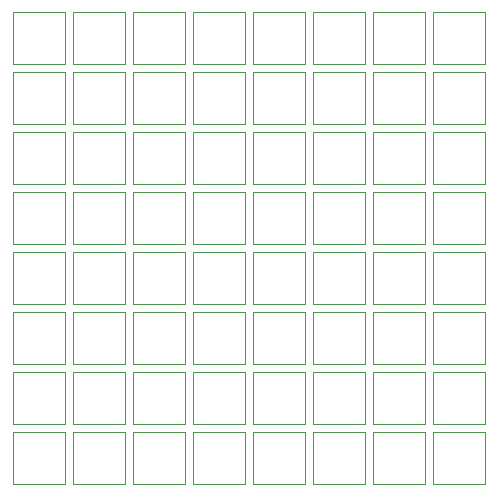
<source format=gbr>
G04 #@! TF.GenerationSoftware,KiCad,Pcbnew,(5.1.5)-3*
G04 #@! TF.CreationDate,2020-02-10T18:10:01+01:00*
G04 #@! TF.ProjectId,Mars-64,4d617273-2d36-4342-9e6b-696361645f70,A*
G04 #@! TF.SameCoordinates,Original*
G04 #@! TF.FileFunction,Legend,Top*
G04 #@! TF.FilePolarity,Positive*
%FSLAX46Y46*%
G04 Gerber Fmt 4.6, Leading zero omitted, Abs format (unit mm)*
G04 Created by KiCad (PCBNEW (5.1.5)-3) date 2020-02-10 18:10:01*
%MOMM*%
%LPD*%
G04 APERTURE LIST*
%ADD10C,0.120000*%
G04 APERTURE END LIST*
D10*
X40980000Y-40300000D02*
X40980000Y-35900000D01*
X45380000Y-40300000D02*
X40980000Y-40300000D01*
X45380000Y-35900000D02*
X45380000Y-40300000D01*
X40980000Y-35900000D02*
X45380000Y-35900000D01*
X46060000Y-35900000D02*
X50460000Y-35900000D01*
X50460000Y-35900000D02*
X50460000Y-40300000D01*
X50460000Y-40300000D02*
X46060000Y-40300000D01*
X46060000Y-40300000D02*
X46060000Y-35900000D01*
X51140000Y-40300000D02*
X51140000Y-35900000D01*
X55540000Y-40300000D02*
X51140000Y-40300000D01*
X55540000Y-35900000D02*
X55540000Y-40300000D01*
X51140000Y-35900000D02*
X55540000Y-35900000D01*
X56220000Y-35900000D02*
X60620000Y-35900000D01*
X60620000Y-35900000D02*
X60620000Y-40300000D01*
X60620000Y-40300000D02*
X56220000Y-40300000D01*
X56220000Y-40300000D02*
X56220000Y-35900000D01*
X61300000Y-40300000D02*
X61300000Y-35900000D01*
X65700000Y-40300000D02*
X61300000Y-40300000D01*
X65700000Y-35900000D02*
X65700000Y-40300000D01*
X61300000Y-35900000D02*
X65700000Y-35900000D01*
X66380000Y-40300000D02*
X66380000Y-35900000D01*
X70780000Y-40300000D02*
X66380000Y-40300000D01*
X70780000Y-35900000D02*
X70780000Y-40300000D01*
X66380000Y-35900000D02*
X70780000Y-35900000D01*
X71460000Y-40300000D02*
X71460000Y-35900000D01*
X75860000Y-40300000D02*
X71460000Y-40300000D01*
X75860000Y-35900000D02*
X75860000Y-40300000D01*
X71460000Y-35900000D02*
X75860000Y-35900000D01*
X76540000Y-35900000D02*
X80940000Y-35900000D01*
X80940000Y-35900000D02*
X80940000Y-40300000D01*
X80940000Y-40300000D02*
X76540000Y-40300000D01*
X76540000Y-40300000D02*
X76540000Y-35900000D01*
X40980000Y-45380000D02*
X40980000Y-40980000D01*
X45380000Y-45380000D02*
X40980000Y-45380000D01*
X45380000Y-40980000D02*
X45380000Y-45380000D01*
X40980000Y-40980000D02*
X45380000Y-40980000D01*
X46060000Y-40980000D02*
X50460000Y-40980000D01*
X50460000Y-40980000D02*
X50460000Y-45380000D01*
X50460000Y-45380000D02*
X46060000Y-45380000D01*
X46060000Y-45380000D02*
X46060000Y-40980000D01*
X51140000Y-45380000D02*
X51140000Y-40980000D01*
X55540000Y-45380000D02*
X51140000Y-45380000D01*
X55540000Y-40980000D02*
X55540000Y-45380000D01*
X51140000Y-40980000D02*
X55540000Y-40980000D01*
X56220000Y-40980000D02*
X60620000Y-40980000D01*
X60620000Y-40980000D02*
X60620000Y-45380000D01*
X60620000Y-45380000D02*
X56220000Y-45380000D01*
X56220000Y-45380000D02*
X56220000Y-40980000D01*
X61300000Y-45380000D02*
X61300000Y-40980000D01*
X65700000Y-45380000D02*
X61300000Y-45380000D01*
X65700000Y-40980000D02*
X65700000Y-45380000D01*
X61300000Y-40980000D02*
X65700000Y-40980000D01*
X66380000Y-40980000D02*
X70780000Y-40980000D01*
X70780000Y-40980000D02*
X70780000Y-45380000D01*
X70780000Y-45380000D02*
X66380000Y-45380000D01*
X66380000Y-45380000D02*
X66380000Y-40980000D01*
X71460000Y-40980000D02*
X75860000Y-40980000D01*
X75860000Y-40980000D02*
X75860000Y-45380000D01*
X75860000Y-45380000D02*
X71460000Y-45380000D01*
X71460000Y-45380000D02*
X71460000Y-40980000D01*
X76540000Y-40980000D02*
X80940000Y-40980000D01*
X80940000Y-40980000D02*
X80940000Y-45380000D01*
X80940000Y-45380000D02*
X76540000Y-45380000D01*
X76540000Y-45380000D02*
X76540000Y-40980000D01*
X40980000Y-50460000D02*
X40980000Y-46060000D01*
X45380000Y-50460000D02*
X40980000Y-50460000D01*
X45380000Y-46060000D02*
X45380000Y-50460000D01*
X40980000Y-46060000D02*
X45380000Y-46060000D01*
X46060000Y-46060000D02*
X50460000Y-46060000D01*
X50460000Y-46060000D02*
X50460000Y-50460000D01*
X50460000Y-50460000D02*
X46060000Y-50460000D01*
X46060000Y-50460000D02*
X46060000Y-46060000D01*
X51140000Y-50460000D02*
X51140000Y-46060000D01*
X55540000Y-50460000D02*
X51140000Y-50460000D01*
X55540000Y-46060000D02*
X55540000Y-50460000D01*
X51140000Y-46060000D02*
X55540000Y-46060000D01*
X56220000Y-46060000D02*
X60620000Y-46060000D01*
X60620000Y-46060000D02*
X60620000Y-50460000D01*
X60620000Y-50460000D02*
X56220000Y-50460000D01*
X56220000Y-50460000D02*
X56220000Y-46060000D01*
X61300000Y-50460000D02*
X61300000Y-46060000D01*
X65700000Y-50460000D02*
X61300000Y-50460000D01*
X65700000Y-46060000D02*
X65700000Y-50460000D01*
X61300000Y-46060000D02*
X65700000Y-46060000D01*
X66380000Y-46060000D02*
X70780000Y-46060000D01*
X70780000Y-46060000D02*
X70780000Y-50460000D01*
X70780000Y-50460000D02*
X66380000Y-50460000D01*
X66380000Y-50460000D02*
X66380000Y-46060000D01*
X71460000Y-50460000D02*
X71460000Y-46060000D01*
X75860000Y-50460000D02*
X71460000Y-50460000D01*
X75860000Y-46060000D02*
X75860000Y-50460000D01*
X71460000Y-46060000D02*
X75860000Y-46060000D01*
X76540000Y-46060000D02*
X80940000Y-46060000D01*
X80940000Y-46060000D02*
X80940000Y-50460000D01*
X80940000Y-50460000D02*
X76540000Y-50460000D01*
X76540000Y-50460000D02*
X76540000Y-46060000D01*
X40980000Y-55540000D02*
X40980000Y-51140000D01*
X45380000Y-55540000D02*
X40980000Y-55540000D01*
X45380000Y-51140000D02*
X45380000Y-55540000D01*
X40980000Y-51140000D02*
X45380000Y-51140000D01*
X46060000Y-51140000D02*
X50460000Y-51140000D01*
X50460000Y-51140000D02*
X50460000Y-55540000D01*
X50460000Y-55540000D02*
X46060000Y-55540000D01*
X46060000Y-55540000D02*
X46060000Y-51140000D01*
X51140000Y-55540000D02*
X51140000Y-51140000D01*
X55540000Y-55540000D02*
X51140000Y-55540000D01*
X55540000Y-51140000D02*
X55540000Y-55540000D01*
X51140000Y-51140000D02*
X55540000Y-51140000D01*
X56220000Y-51140000D02*
X60620000Y-51140000D01*
X60620000Y-51140000D02*
X60620000Y-55540000D01*
X60620000Y-55540000D02*
X56220000Y-55540000D01*
X56220000Y-55540000D02*
X56220000Y-51140000D01*
X61300000Y-55540000D02*
X61300000Y-51140000D01*
X65700000Y-55540000D02*
X61300000Y-55540000D01*
X65700000Y-51140000D02*
X65700000Y-55540000D01*
X61300000Y-51140000D02*
X65700000Y-51140000D01*
X66380000Y-51140000D02*
X70780000Y-51140000D01*
X70780000Y-51140000D02*
X70780000Y-55540000D01*
X70780000Y-55540000D02*
X66380000Y-55540000D01*
X66380000Y-55540000D02*
X66380000Y-51140000D01*
X71460000Y-55540000D02*
X71460000Y-51140000D01*
X75860000Y-55540000D02*
X71460000Y-55540000D01*
X75860000Y-51140000D02*
X75860000Y-55540000D01*
X71460000Y-51140000D02*
X75860000Y-51140000D01*
X76540000Y-51140000D02*
X80940000Y-51140000D01*
X80940000Y-51140000D02*
X80940000Y-55540000D01*
X80940000Y-55540000D02*
X76540000Y-55540000D01*
X76540000Y-55540000D02*
X76540000Y-51140000D01*
X40980000Y-60620000D02*
X40980000Y-56220000D01*
X45380000Y-60620000D02*
X40980000Y-60620000D01*
X45380000Y-56220000D02*
X45380000Y-60620000D01*
X40980000Y-56220000D02*
X45380000Y-56220000D01*
X46060000Y-56220000D02*
X50460000Y-56220000D01*
X50460000Y-56220000D02*
X50460000Y-60620000D01*
X50460000Y-60620000D02*
X46060000Y-60620000D01*
X46060000Y-60620000D02*
X46060000Y-56220000D01*
X51140000Y-60620000D02*
X51140000Y-56220000D01*
X55540000Y-60620000D02*
X51140000Y-60620000D01*
X55540000Y-56220000D02*
X55540000Y-60620000D01*
X51140000Y-56220000D02*
X55540000Y-56220000D01*
X56220000Y-56220000D02*
X60620000Y-56220000D01*
X60620000Y-56220000D02*
X60620000Y-60620000D01*
X60620000Y-60620000D02*
X56220000Y-60620000D01*
X56220000Y-60620000D02*
X56220000Y-56220000D01*
X61300000Y-60620000D02*
X61300000Y-56220000D01*
X65700000Y-60620000D02*
X61300000Y-60620000D01*
X65700000Y-56220000D02*
X65700000Y-60620000D01*
X61300000Y-56220000D02*
X65700000Y-56220000D01*
X66380000Y-56220000D02*
X70780000Y-56220000D01*
X70780000Y-56220000D02*
X70780000Y-60620000D01*
X70780000Y-60620000D02*
X66380000Y-60620000D01*
X66380000Y-60620000D02*
X66380000Y-56220000D01*
X71460000Y-56220000D02*
X75860000Y-56220000D01*
X75860000Y-56220000D02*
X75860000Y-60620000D01*
X75860000Y-60620000D02*
X71460000Y-60620000D01*
X71460000Y-60620000D02*
X71460000Y-56220000D01*
X76540000Y-56220000D02*
X80940000Y-56220000D01*
X80940000Y-56220000D02*
X80940000Y-60620000D01*
X80940000Y-60620000D02*
X76540000Y-60620000D01*
X76540000Y-60620000D02*
X76540000Y-56220000D01*
X40980000Y-65700000D02*
X40980000Y-61300000D01*
X45380000Y-65700000D02*
X40980000Y-65700000D01*
X45380000Y-61300000D02*
X45380000Y-65700000D01*
X40980000Y-61300000D02*
X45380000Y-61300000D01*
X46060000Y-61300000D02*
X50460000Y-61300000D01*
X50460000Y-61300000D02*
X50460000Y-65700000D01*
X50460000Y-65700000D02*
X46060000Y-65700000D01*
X46060000Y-65700000D02*
X46060000Y-61300000D01*
X51140000Y-65700000D02*
X51140000Y-61300000D01*
X55540000Y-65700000D02*
X51140000Y-65700000D01*
X55540000Y-61300000D02*
X55540000Y-65700000D01*
X51140000Y-61300000D02*
X55540000Y-61300000D01*
X56220000Y-61300000D02*
X60620000Y-61300000D01*
X60620000Y-61300000D02*
X60620000Y-65700000D01*
X60620000Y-65700000D02*
X56220000Y-65700000D01*
X56220000Y-65700000D02*
X56220000Y-61300000D01*
X61300000Y-65700000D02*
X61300000Y-61300000D01*
X65700000Y-65700000D02*
X61300000Y-65700000D01*
X65700000Y-61300000D02*
X65700000Y-65700000D01*
X61300000Y-61300000D02*
X65700000Y-61300000D01*
X66380000Y-61300000D02*
X70780000Y-61300000D01*
X70780000Y-61300000D02*
X70780000Y-65700000D01*
X70780000Y-65700000D02*
X66380000Y-65700000D01*
X66380000Y-65700000D02*
X66380000Y-61300000D01*
X71460000Y-65700000D02*
X71460000Y-61300000D01*
X75860000Y-65700000D02*
X71460000Y-65700000D01*
X75860000Y-61300000D02*
X75860000Y-65700000D01*
X71460000Y-61300000D02*
X75860000Y-61300000D01*
X76540000Y-65700000D02*
X76540000Y-61300000D01*
X80940000Y-65700000D02*
X76540000Y-65700000D01*
X80940000Y-61300000D02*
X80940000Y-65700000D01*
X76540000Y-61300000D02*
X80940000Y-61300000D01*
X40980000Y-66380000D02*
X45380000Y-66380000D01*
X45380000Y-66380000D02*
X45380000Y-70780000D01*
X45380000Y-70780000D02*
X40980000Y-70780000D01*
X40980000Y-70780000D02*
X40980000Y-66380000D01*
X46060000Y-70780000D02*
X46060000Y-66380000D01*
X50460000Y-70780000D02*
X46060000Y-70780000D01*
X50460000Y-66380000D02*
X50460000Y-70780000D01*
X46060000Y-66380000D02*
X50460000Y-66380000D01*
X51140000Y-66380000D02*
X55540000Y-66380000D01*
X55540000Y-66380000D02*
X55540000Y-70780000D01*
X55540000Y-70780000D02*
X51140000Y-70780000D01*
X51140000Y-70780000D02*
X51140000Y-66380000D01*
X56220000Y-70780000D02*
X56220000Y-66380000D01*
X60620000Y-70780000D02*
X56220000Y-70780000D01*
X60620000Y-66380000D02*
X60620000Y-70780000D01*
X56220000Y-66380000D02*
X60620000Y-66380000D01*
X61300000Y-66380000D02*
X65700000Y-66380000D01*
X65700000Y-66380000D02*
X65700000Y-70780000D01*
X65700000Y-70780000D02*
X61300000Y-70780000D01*
X61300000Y-70780000D02*
X61300000Y-66380000D01*
X66380000Y-70780000D02*
X66380000Y-66380000D01*
X70780000Y-70780000D02*
X66380000Y-70780000D01*
X70780000Y-66380000D02*
X70780000Y-70780000D01*
X66380000Y-66380000D02*
X70780000Y-66380000D01*
X71460000Y-66380000D02*
X75860000Y-66380000D01*
X75860000Y-66380000D02*
X75860000Y-70780000D01*
X75860000Y-70780000D02*
X71460000Y-70780000D01*
X71460000Y-70780000D02*
X71460000Y-66380000D01*
X76540000Y-70780000D02*
X76540000Y-66380000D01*
X80940000Y-70780000D02*
X76540000Y-70780000D01*
X80940000Y-66380000D02*
X80940000Y-70780000D01*
X76540000Y-66380000D02*
X80940000Y-66380000D01*
X40980000Y-71460000D02*
X45380000Y-71460000D01*
X45380000Y-71460000D02*
X45380000Y-75860000D01*
X45380000Y-75860000D02*
X40980000Y-75860000D01*
X40980000Y-75860000D02*
X40980000Y-71460000D01*
X46060000Y-75860000D02*
X46060000Y-71460000D01*
X50460000Y-75860000D02*
X46060000Y-75860000D01*
X50460000Y-71460000D02*
X50460000Y-75860000D01*
X46060000Y-71460000D02*
X50460000Y-71460000D01*
X51140000Y-71460000D02*
X55540000Y-71460000D01*
X55540000Y-71460000D02*
X55540000Y-75860000D01*
X55540000Y-75860000D02*
X51140000Y-75860000D01*
X51140000Y-75860000D02*
X51140000Y-71460000D01*
X56220000Y-75860000D02*
X56220000Y-71460000D01*
X60620000Y-75860000D02*
X56220000Y-75860000D01*
X60620000Y-71460000D02*
X60620000Y-75860000D01*
X56220000Y-71460000D02*
X60620000Y-71460000D01*
X61300000Y-71460000D02*
X65700000Y-71460000D01*
X65700000Y-71460000D02*
X65700000Y-75860000D01*
X65700000Y-75860000D02*
X61300000Y-75860000D01*
X61300000Y-75860000D02*
X61300000Y-71460000D01*
X66380000Y-75860000D02*
X66380000Y-71460000D01*
X70780000Y-75860000D02*
X66380000Y-75860000D01*
X70780000Y-71460000D02*
X70780000Y-75860000D01*
X66380000Y-71460000D02*
X70780000Y-71460000D01*
X71460000Y-71460000D02*
X75860000Y-71460000D01*
X75860000Y-71460000D02*
X75860000Y-75860000D01*
X75860000Y-75860000D02*
X71460000Y-75860000D01*
X71460000Y-75860000D02*
X71460000Y-71460000D01*
X76540000Y-71460000D02*
X80940000Y-71460000D01*
X80940000Y-71460000D02*
X80940000Y-75860000D01*
X80940000Y-75860000D02*
X76540000Y-75860000D01*
X76540000Y-75860000D02*
X76540000Y-71460000D01*
M02*

</source>
